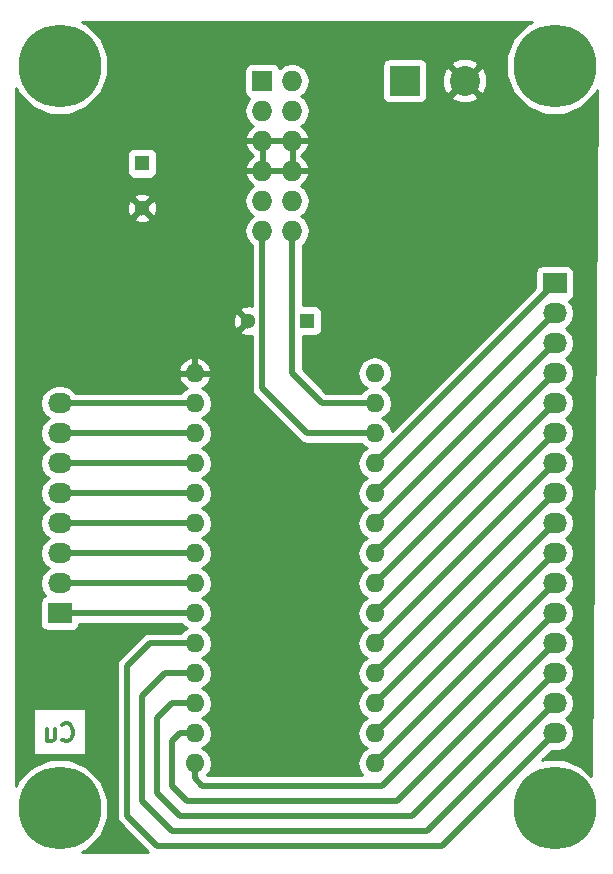
<source format=gbr>
G04 #@! TF.FileFunction,Copper,L2,Bot,Signal*
%FSLAX46Y46*%
G04 Gerber Fmt 4.6, Leading zero omitted, Abs format (unit mm)*
G04 Created by KiCad (PCBNEW 4.0.2-stable) date 14/03/2016 9:25:42 PM*
%MOMM*%
G01*
G04 APERTURE LIST*
%ADD10C,0.100000*%
%ADD11C,0.300000*%
%ADD12R,1.300000X1.300000*%
%ADD13C,1.300000*%
%ADD14R,2.540000X2.540000*%
%ADD15C,2.540000*%
%ADD16R,1.727200X1.727200*%
%ADD17O,1.727200X1.727200*%
%ADD18R,2.032000X1.727200*%
%ADD19O,2.032000X1.727200*%
%ADD20O,1.600000X1.600000*%
%ADD21C,7.000000*%
%ADD22C,0.508000*%
%ADD23C,0.254000*%
G04 APERTURE END LIST*
D10*
D11*
X150709285Y-121185714D02*
X150780714Y-121257143D01*
X150995000Y-121328571D01*
X151137857Y-121328571D01*
X151352142Y-121257143D01*
X151495000Y-121114286D01*
X151566428Y-120971429D01*
X151637857Y-120685714D01*
X151637857Y-120471429D01*
X151566428Y-120185714D01*
X151495000Y-120042857D01*
X151352142Y-119900000D01*
X151137857Y-119828571D01*
X150995000Y-119828571D01*
X150780714Y-119900000D01*
X150709285Y-119971429D01*
X149423571Y-120328571D02*
X149423571Y-121328571D01*
X150066428Y-120328571D02*
X150066428Y-121114286D01*
X149995000Y-121257143D01*
X149852142Y-121328571D01*
X149637857Y-121328571D01*
X149495000Y-121257143D01*
X149423571Y-121185714D01*
D12*
X157480000Y-72390000D03*
D13*
X157480000Y-76190000D03*
D12*
X171450000Y-85725000D03*
D13*
X166450000Y-85725000D03*
D14*
X179705000Y-65405000D03*
D15*
X184785000Y-65405000D03*
D16*
X167640000Y-65405000D03*
D17*
X170180000Y-65405000D03*
X167640000Y-67945000D03*
X170180000Y-67945000D03*
X167640000Y-70485000D03*
X170180000Y-70485000D03*
X167640000Y-73025000D03*
X170180000Y-73025000D03*
X167640000Y-75565000D03*
X170180000Y-75565000D03*
X167640000Y-78105000D03*
X170180000Y-78105000D03*
D18*
X150495000Y-110490000D03*
D19*
X150495000Y-107950000D03*
X150495000Y-105410000D03*
X150495000Y-102870000D03*
X150495000Y-100330000D03*
X150495000Y-97790000D03*
X150495000Y-95250000D03*
X150495000Y-92710000D03*
D18*
X192405000Y-82550000D03*
D19*
X192405000Y-85090000D03*
X192405000Y-87630000D03*
X192405000Y-90170000D03*
X192405000Y-92710000D03*
X192405000Y-95250000D03*
X192405000Y-97790000D03*
X192405000Y-100330000D03*
X192405000Y-102870000D03*
X192405000Y-105410000D03*
X192405000Y-107950000D03*
X192405000Y-110490000D03*
X192405000Y-113030000D03*
X192405000Y-115570000D03*
X192405000Y-118110000D03*
X192405000Y-120650000D03*
D20*
X161925000Y-90170000D03*
X161925000Y-92710000D03*
X161925000Y-95250000D03*
X161925000Y-97790000D03*
X161925000Y-100330000D03*
X161925000Y-102870000D03*
X161925000Y-105410000D03*
X161925000Y-107950000D03*
X161925000Y-110490000D03*
X161925000Y-113030000D03*
X161925000Y-115570000D03*
X161925000Y-118110000D03*
X161925000Y-120650000D03*
X161925000Y-123190000D03*
X177165000Y-123190000D03*
X177165000Y-120650000D03*
X177165000Y-118110000D03*
X177165000Y-115570000D03*
X177165000Y-113030000D03*
X177165000Y-110490000D03*
X177165000Y-107950000D03*
X177165000Y-105410000D03*
X177165000Y-102870000D03*
X177165000Y-100330000D03*
X177165000Y-97790000D03*
X177165000Y-95250000D03*
X177165000Y-92710000D03*
X177165000Y-90170000D03*
D21*
X150495000Y-64135000D03*
X192405000Y-64135000D03*
X150495000Y-127000000D03*
X192405000Y-127000000D03*
D22*
X177165000Y-95250000D02*
X171450000Y-95250000D01*
X167640000Y-91440000D02*
X167640000Y-78105000D01*
X171450000Y-95250000D02*
X167640000Y-91440000D01*
X177165000Y-92710000D02*
X172720000Y-92710000D01*
X170180000Y-90170000D02*
X170180000Y-78105000D01*
X172720000Y-92710000D02*
X170180000Y-90170000D01*
X150495000Y-110490000D02*
X161925000Y-110490000D01*
X150495000Y-107950000D02*
X161925000Y-107950000D01*
X150495000Y-105410000D02*
X161925000Y-105410000D01*
X150495000Y-102870000D02*
X161925000Y-102870000D01*
X150495000Y-100330000D02*
X161925000Y-100330000D01*
X150495000Y-97790000D02*
X161925000Y-97790000D01*
X150495000Y-95250000D02*
X161925000Y-95250000D01*
X150495000Y-92710000D02*
X161925000Y-92710000D01*
X177165000Y-97790000D02*
X192405000Y-82550000D01*
X177165000Y-100330000D02*
X192405000Y-85090000D01*
X177165000Y-102870000D02*
X192405000Y-87630000D01*
X177165000Y-105410000D02*
X192405000Y-90170000D01*
X177165000Y-107950000D02*
X192405000Y-92710000D01*
X177165000Y-110490000D02*
X192405000Y-95250000D01*
X177165000Y-113030000D02*
X192405000Y-97790000D01*
X177165000Y-115570000D02*
X192405000Y-100330000D01*
X177165000Y-118110000D02*
X192405000Y-102870000D01*
X177165000Y-120650000D02*
X192405000Y-105410000D01*
X177165000Y-123190000D02*
X192405000Y-107950000D01*
X161925000Y-123190000D02*
X161925000Y-124460000D01*
X177800000Y-125095000D02*
X192405000Y-110490000D01*
X162560000Y-125095000D02*
X177800000Y-125095000D01*
X161925000Y-124460000D02*
X162560000Y-125095000D01*
X161925000Y-120650000D02*
X160655000Y-120650000D01*
X179070000Y-126365000D02*
X192405000Y-113030000D01*
X161290000Y-126365000D02*
X179070000Y-126365000D01*
X160020000Y-125095000D02*
X161290000Y-126365000D01*
X160020000Y-121285000D02*
X160020000Y-125095000D01*
X160655000Y-120650000D02*
X160020000Y-121285000D01*
X161925000Y-118110000D02*
X160020000Y-118110000D01*
X180340000Y-127635000D02*
X192405000Y-115570000D01*
X160655000Y-127635000D02*
X180340000Y-127635000D01*
X158750000Y-125730000D02*
X160655000Y-127635000D01*
X158750000Y-119380000D02*
X158750000Y-125730000D01*
X160020000Y-118110000D02*
X158750000Y-119380000D01*
X161925000Y-115570000D02*
X159385000Y-115570000D01*
X181610000Y-128905000D02*
X192405000Y-118110000D01*
X160020000Y-128905000D02*
X181610000Y-128905000D01*
X157480000Y-126365000D02*
X160020000Y-128905000D01*
X157480000Y-117475000D02*
X157480000Y-126365000D01*
X159385000Y-115570000D02*
X157480000Y-117475000D01*
X161925000Y-113030000D02*
X158115000Y-113030000D01*
X182880000Y-130175000D02*
X192405000Y-120650000D01*
X158750000Y-130175000D02*
X182880000Y-130175000D01*
X156210000Y-127635000D02*
X158750000Y-130175000D01*
X156210000Y-114935000D02*
X156210000Y-127635000D01*
X158115000Y-113030000D02*
X156210000Y-114935000D01*
D23*
G36*
X190065771Y-60627474D02*
X188901562Y-61789653D01*
X188270720Y-63308889D01*
X188269284Y-64953894D01*
X188897474Y-66474229D01*
X190059653Y-67638438D01*
X191578889Y-68269280D01*
X193223894Y-68270716D01*
X194744229Y-67642526D01*
X195908438Y-66480347D01*
X196035294Y-66174844D01*
X195512008Y-124259553D01*
X194750347Y-123496562D01*
X193231111Y-122865720D01*
X191586106Y-122864284D01*
X191350673Y-122961563D01*
X192173030Y-122139206D01*
X192220255Y-122148600D01*
X192589745Y-122148600D01*
X193163234Y-122034526D01*
X193649415Y-121709670D01*
X193974271Y-121223489D01*
X194088345Y-120650000D01*
X193974271Y-120076511D01*
X193649415Y-119590330D01*
X193334634Y-119380000D01*
X193649415Y-119169670D01*
X193974271Y-118683489D01*
X194088345Y-118110000D01*
X193974271Y-117536511D01*
X193649415Y-117050330D01*
X193334634Y-116840000D01*
X193649415Y-116629670D01*
X193974271Y-116143489D01*
X194088345Y-115570000D01*
X193974271Y-114996511D01*
X193649415Y-114510330D01*
X193334634Y-114300000D01*
X193649415Y-114089670D01*
X193974271Y-113603489D01*
X194088345Y-113030000D01*
X193974271Y-112456511D01*
X193649415Y-111970330D01*
X193334634Y-111760000D01*
X193649415Y-111549670D01*
X193974271Y-111063489D01*
X194088345Y-110490000D01*
X193974271Y-109916511D01*
X193649415Y-109430330D01*
X193334634Y-109220000D01*
X193649415Y-109009670D01*
X193974271Y-108523489D01*
X194088345Y-107950000D01*
X193974271Y-107376511D01*
X193649415Y-106890330D01*
X193334634Y-106680000D01*
X193649415Y-106469670D01*
X193974271Y-105983489D01*
X194088345Y-105410000D01*
X193974271Y-104836511D01*
X193649415Y-104350330D01*
X193334634Y-104140000D01*
X193649415Y-103929670D01*
X193974271Y-103443489D01*
X194088345Y-102870000D01*
X193974271Y-102296511D01*
X193649415Y-101810330D01*
X193334634Y-101600000D01*
X193649415Y-101389670D01*
X193974271Y-100903489D01*
X194088345Y-100330000D01*
X193974271Y-99756511D01*
X193649415Y-99270330D01*
X193334634Y-99060000D01*
X193649415Y-98849670D01*
X193974271Y-98363489D01*
X194088345Y-97790000D01*
X193974271Y-97216511D01*
X193649415Y-96730330D01*
X193334634Y-96520000D01*
X193649415Y-96309670D01*
X193974271Y-95823489D01*
X194088345Y-95250000D01*
X193974271Y-94676511D01*
X193649415Y-94190330D01*
X193334634Y-93980000D01*
X193649415Y-93769670D01*
X193974271Y-93283489D01*
X194088345Y-92710000D01*
X193974271Y-92136511D01*
X193649415Y-91650330D01*
X193334634Y-91440000D01*
X193649415Y-91229670D01*
X193974271Y-90743489D01*
X194088345Y-90170000D01*
X193974271Y-89596511D01*
X193649415Y-89110330D01*
X193334634Y-88900000D01*
X193649415Y-88689670D01*
X193974271Y-88203489D01*
X194088345Y-87630000D01*
X193974271Y-87056511D01*
X193649415Y-86570330D01*
X193334634Y-86360000D01*
X193649415Y-86149670D01*
X193974271Y-85663489D01*
X194088345Y-85090000D01*
X193974271Y-84516511D01*
X193649415Y-84030330D01*
X193635087Y-84020757D01*
X193656317Y-84016762D01*
X193872441Y-83877690D01*
X194017431Y-83665490D01*
X194068440Y-83413600D01*
X194068440Y-81686400D01*
X194024162Y-81451083D01*
X193885090Y-81234959D01*
X193672890Y-81089969D01*
X193421000Y-81038960D01*
X191389000Y-81038960D01*
X191153683Y-81083238D01*
X190937559Y-81222310D01*
X190792569Y-81434510D01*
X190741560Y-81686400D01*
X190741560Y-82956204D01*
X178598191Y-95099573D01*
X178518880Y-94700849D01*
X178207811Y-94235302D01*
X177825725Y-93980000D01*
X178207811Y-93724698D01*
X178518880Y-93259151D01*
X178628113Y-92710000D01*
X178518880Y-92160849D01*
X178207811Y-91695302D01*
X177825725Y-91440000D01*
X178207811Y-91184698D01*
X178518880Y-90719151D01*
X178628113Y-90170000D01*
X178518880Y-89620849D01*
X178207811Y-89155302D01*
X177742264Y-88844233D01*
X177193113Y-88735000D01*
X177136887Y-88735000D01*
X176587736Y-88844233D01*
X176122189Y-89155302D01*
X175811120Y-89620849D01*
X175701887Y-90170000D01*
X175811120Y-90719151D01*
X176122189Y-91184698D01*
X176504275Y-91440000D01*
X176122189Y-91695302D01*
X176038200Y-91821000D01*
X173088236Y-91821000D01*
X171069000Y-89801764D01*
X171069000Y-87022440D01*
X172100000Y-87022440D01*
X172335317Y-86978162D01*
X172551441Y-86839090D01*
X172696431Y-86626890D01*
X172747440Y-86375000D01*
X172747440Y-85075000D01*
X172703162Y-84839683D01*
X172564090Y-84623559D01*
X172351890Y-84478569D01*
X172100000Y-84427560D01*
X171069000Y-84427560D01*
X171069000Y-79308067D01*
X171239670Y-79194029D01*
X171564526Y-78707848D01*
X171678600Y-78134359D01*
X171678600Y-78075641D01*
X171564526Y-77502152D01*
X171239670Y-77015971D01*
X170968828Y-76835000D01*
X171239670Y-76654029D01*
X171564526Y-76167848D01*
X171678600Y-75594359D01*
X171678600Y-75535641D01*
X171564526Y-74962152D01*
X171239670Y-74475971D01*
X170968839Y-74295008D01*
X171386821Y-73913490D01*
X171634968Y-73384027D01*
X171514469Y-73152000D01*
X170307000Y-73152000D01*
X170307000Y-73172000D01*
X170053000Y-73172000D01*
X170053000Y-73152000D01*
X167767000Y-73152000D01*
X167767000Y-73172000D01*
X167513000Y-73172000D01*
X167513000Y-73152000D01*
X166305531Y-73152000D01*
X166185032Y-73384027D01*
X166433179Y-73913490D01*
X166851161Y-74295008D01*
X166580330Y-74475971D01*
X166255474Y-74962152D01*
X166141400Y-75535641D01*
X166141400Y-75594359D01*
X166255474Y-76167848D01*
X166580330Y-76654029D01*
X166851172Y-76835000D01*
X166580330Y-77015971D01*
X166255474Y-77502152D01*
X166141400Y-78075641D01*
X166141400Y-78134359D01*
X166255474Y-78707848D01*
X166580330Y-79194029D01*
X166751000Y-79308067D01*
X166751000Y-84469164D01*
X166630922Y-84427378D01*
X166120572Y-84456917D01*
X165786271Y-84595389D01*
X165730590Y-84825984D01*
X166450000Y-85545395D01*
X166464143Y-85531253D01*
X166643748Y-85710858D01*
X166629605Y-85725000D01*
X166643748Y-85739143D01*
X166464143Y-85918748D01*
X166450000Y-85904605D01*
X165730590Y-86624016D01*
X165786271Y-86854611D01*
X166269078Y-87022622D01*
X166751000Y-86994728D01*
X166751000Y-91440000D01*
X166818671Y-91780206D01*
X167011382Y-92068618D01*
X170821382Y-95878618D01*
X171109795Y-96071330D01*
X171450000Y-96139000D01*
X176038200Y-96139000D01*
X176122189Y-96264698D01*
X176504275Y-96520000D01*
X176122189Y-96775302D01*
X175811120Y-97240849D01*
X175701887Y-97790000D01*
X175811120Y-98339151D01*
X176122189Y-98804698D01*
X176504275Y-99060000D01*
X176122189Y-99315302D01*
X175811120Y-99780849D01*
X175701887Y-100330000D01*
X175811120Y-100879151D01*
X176122189Y-101344698D01*
X176504275Y-101600000D01*
X176122189Y-101855302D01*
X175811120Y-102320849D01*
X175701887Y-102870000D01*
X175811120Y-103419151D01*
X176122189Y-103884698D01*
X176504275Y-104140000D01*
X176122189Y-104395302D01*
X175811120Y-104860849D01*
X175701887Y-105410000D01*
X175811120Y-105959151D01*
X176122189Y-106424698D01*
X176504275Y-106680000D01*
X176122189Y-106935302D01*
X175811120Y-107400849D01*
X175701887Y-107950000D01*
X175811120Y-108499151D01*
X176122189Y-108964698D01*
X176504275Y-109220000D01*
X176122189Y-109475302D01*
X175811120Y-109940849D01*
X175701887Y-110490000D01*
X175811120Y-111039151D01*
X176122189Y-111504698D01*
X176504275Y-111760000D01*
X176122189Y-112015302D01*
X175811120Y-112480849D01*
X175701887Y-113030000D01*
X175811120Y-113579151D01*
X176122189Y-114044698D01*
X176504275Y-114300000D01*
X176122189Y-114555302D01*
X175811120Y-115020849D01*
X175701887Y-115570000D01*
X175811120Y-116119151D01*
X176122189Y-116584698D01*
X176504275Y-116840000D01*
X176122189Y-117095302D01*
X175811120Y-117560849D01*
X175701887Y-118110000D01*
X175811120Y-118659151D01*
X176122189Y-119124698D01*
X176504275Y-119380000D01*
X176122189Y-119635302D01*
X175811120Y-120100849D01*
X175701887Y-120650000D01*
X175811120Y-121199151D01*
X176122189Y-121664698D01*
X176504275Y-121920000D01*
X176122189Y-122175302D01*
X175811120Y-122640849D01*
X175701887Y-123190000D01*
X175811120Y-123739151D01*
X176122189Y-124204698D01*
X176124138Y-124206000D01*
X162965862Y-124206000D01*
X162967811Y-124204698D01*
X163278880Y-123739151D01*
X163388113Y-123190000D01*
X163278880Y-122640849D01*
X162967811Y-122175302D01*
X162585725Y-121920000D01*
X162967811Y-121664698D01*
X163278880Y-121199151D01*
X163388113Y-120650000D01*
X163278880Y-120100849D01*
X162967811Y-119635302D01*
X162585725Y-119380000D01*
X162967811Y-119124698D01*
X163278880Y-118659151D01*
X163388113Y-118110000D01*
X163278880Y-117560849D01*
X162967811Y-117095302D01*
X162585725Y-116840000D01*
X162967811Y-116584698D01*
X163278880Y-116119151D01*
X163388113Y-115570000D01*
X163278880Y-115020849D01*
X162967811Y-114555302D01*
X162585725Y-114300000D01*
X162967811Y-114044698D01*
X163278880Y-113579151D01*
X163388113Y-113030000D01*
X163278880Y-112480849D01*
X162967811Y-112015302D01*
X162585725Y-111760000D01*
X162967811Y-111504698D01*
X163278880Y-111039151D01*
X163388113Y-110490000D01*
X163278880Y-109940849D01*
X162967811Y-109475302D01*
X162585725Y-109220000D01*
X162967811Y-108964698D01*
X163278880Y-108499151D01*
X163388113Y-107950000D01*
X163278880Y-107400849D01*
X162967811Y-106935302D01*
X162585725Y-106680000D01*
X162967811Y-106424698D01*
X163278880Y-105959151D01*
X163388113Y-105410000D01*
X163278880Y-104860849D01*
X162967811Y-104395302D01*
X162585725Y-104140000D01*
X162967811Y-103884698D01*
X163278880Y-103419151D01*
X163388113Y-102870000D01*
X163278880Y-102320849D01*
X162967811Y-101855302D01*
X162585725Y-101600000D01*
X162967811Y-101344698D01*
X163278880Y-100879151D01*
X163388113Y-100330000D01*
X163278880Y-99780849D01*
X162967811Y-99315302D01*
X162585725Y-99060000D01*
X162967811Y-98804698D01*
X163278880Y-98339151D01*
X163388113Y-97790000D01*
X163278880Y-97240849D01*
X162967811Y-96775302D01*
X162585725Y-96520000D01*
X162967811Y-96264698D01*
X163278880Y-95799151D01*
X163388113Y-95250000D01*
X163278880Y-94700849D01*
X162967811Y-94235302D01*
X162585725Y-93980000D01*
X162967811Y-93724698D01*
X163278880Y-93259151D01*
X163388113Y-92710000D01*
X163278880Y-92160849D01*
X162967811Y-91695302D01*
X162563297Y-91425014D01*
X162780134Y-91322389D01*
X163156041Y-90907423D01*
X163316904Y-90519039D01*
X163194915Y-90297000D01*
X162052000Y-90297000D01*
X162052000Y-90317000D01*
X161798000Y-90317000D01*
X161798000Y-90297000D01*
X160655085Y-90297000D01*
X160533096Y-90519039D01*
X160693959Y-90907423D01*
X161069866Y-91322389D01*
X161286703Y-91425014D01*
X160882189Y-91695302D01*
X160798200Y-91821000D01*
X151853453Y-91821000D01*
X151739415Y-91650330D01*
X151253234Y-91325474D01*
X150679745Y-91211400D01*
X150310255Y-91211400D01*
X149736766Y-91325474D01*
X149250585Y-91650330D01*
X148925729Y-92136511D01*
X148811655Y-92710000D01*
X148925729Y-93283489D01*
X149250585Y-93769670D01*
X149565366Y-93980000D01*
X149250585Y-94190330D01*
X148925729Y-94676511D01*
X148811655Y-95250000D01*
X148925729Y-95823489D01*
X149250585Y-96309670D01*
X149565366Y-96520000D01*
X149250585Y-96730330D01*
X148925729Y-97216511D01*
X148811655Y-97790000D01*
X148925729Y-98363489D01*
X149250585Y-98849670D01*
X149565366Y-99060000D01*
X149250585Y-99270330D01*
X148925729Y-99756511D01*
X148811655Y-100330000D01*
X148925729Y-100903489D01*
X149250585Y-101389670D01*
X149565366Y-101600000D01*
X149250585Y-101810330D01*
X148925729Y-102296511D01*
X148811655Y-102870000D01*
X148925729Y-103443489D01*
X149250585Y-103929670D01*
X149565366Y-104140000D01*
X149250585Y-104350330D01*
X148925729Y-104836511D01*
X148811655Y-105410000D01*
X148925729Y-105983489D01*
X149250585Y-106469670D01*
X149565366Y-106680000D01*
X149250585Y-106890330D01*
X148925729Y-107376511D01*
X148811655Y-107950000D01*
X148925729Y-108523489D01*
X149250585Y-109009670D01*
X149264913Y-109019243D01*
X149243683Y-109023238D01*
X149027559Y-109162310D01*
X148882569Y-109374510D01*
X148831560Y-109626400D01*
X148831560Y-111353600D01*
X148875838Y-111588917D01*
X149014910Y-111805041D01*
X149227110Y-111950031D01*
X149479000Y-112001040D01*
X151511000Y-112001040D01*
X151746317Y-111956762D01*
X151962441Y-111817690D01*
X152107431Y-111605490D01*
X152153296Y-111379000D01*
X160798200Y-111379000D01*
X160882189Y-111504698D01*
X161264275Y-111760000D01*
X160882189Y-112015302D01*
X160798200Y-112141000D01*
X158115000Y-112141000D01*
X157774794Y-112208671D01*
X157486382Y-112401382D01*
X155581382Y-114306382D01*
X155388671Y-114594794D01*
X155321000Y-114935000D01*
X155321000Y-127635000D01*
X155388671Y-127975206D01*
X155581382Y-128263618D01*
X158000764Y-130683000D01*
X152409550Y-130683000D01*
X152834229Y-130507526D01*
X153998438Y-129345347D01*
X154629280Y-127826111D01*
X154630716Y-126181106D01*
X154002526Y-124660771D01*
X152840347Y-123496562D01*
X151321111Y-122865720D01*
X149676106Y-122864284D01*
X148155771Y-123492474D01*
X146991562Y-124654653D01*
X146812000Y-125087086D01*
X146812000Y-118515000D01*
X148281429Y-118515000D01*
X148281429Y-122485000D01*
X152708572Y-122485000D01*
X152708572Y-118515000D01*
X148281429Y-118515000D01*
X146812000Y-118515000D01*
X146812000Y-89820961D01*
X160533096Y-89820961D01*
X160655085Y-90043000D01*
X161798000Y-90043000D01*
X161798000Y-88899371D01*
X162052000Y-88899371D01*
X162052000Y-90043000D01*
X163194915Y-90043000D01*
X163316904Y-89820961D01*
X163156041Y-89432577D01*
X162780134Y-89017611D01*
X162274041Y-88778086D01*
X162052000Y-88899371D01*
X161798000Y-88899371D01*
X161575959Y-88778086D01*
X161069866Y-89017611D01*
X160693959Y-89432577D01*
X160533096Y-89820961D01*
X146812000Y-89820961D01*
X146812000Y-85544078D01*
X165152378Y-85544078D01*
X165181917Y-86054428D01*
X165320389Y-86388729D01*
X165550984Y-86444410D01*
X166270395Y-85725000D01*
X165550984Y-85005590D01*
X165320389Y-85061271D01*
X165152378Y-85544078D01*
X146812000Y-85544078D01*
X146812000Y-77089016D01*
X156760590Y-77089016D01*
X156816271Y-77319611D01*
X157299078Y-77487622D01*
X157809428Y-77458083D01*
X158143729Y-77319611D01*
X158199410Y-77089016D01*
X157480000Y-76369605D01*
X156760590Y-77089016D01*
X146812000Y-77089016D01*
X146812000Y-76009078D01*
X156182378Y-76009078D01*
X156211917Y-76519428D01*
X156350389Y-76853729D01*
X156580984Y-76909410D01*
X157300395Y-76190000D01*
X157659605Y-76190000D01*
X158379016Y-76909410D01*
X158609611Y-76853729D01*
X158777622Y-76370922D01*
X158748083Y-75860572D01*
X158609611Y-75526271D01*
X158379016Y-75470590D01*
X157659605Y-76190000D01*
X157300395Y-76190000D01*
X156580984Y-75470590D01*
X156350389Y-75526271D01*
X156182378Y-76009078D01*
X146812000Y-76009078D01*
X146812000Y-75290984D01*
X156760590Y-75290984D01*
X157480000Y-76010395D01*
X158199410Y-75290984D01*
X158143729Y-75060389D01*
X157660922Y-74892378D01*
X157150572Y-74921917D01*
X156816271Y-75060389D01*
X156760590Y-75290984D01*
X146812000Y-75290984D01*
X146812000Y-71740000D01*
X156182560Y-71740000D01*
X156182560Y-73040000D01*
X156226838Y-73275317D01*
X156365910Y-73491441D01*
X156578110Y-73636431D01*
X156830000Y-73687440D01*
X158130000Y-73687440D01*
X158365317Y-73643162D01*
X158581441Y-73504090D01*
X158726431Y-73291890D01*
X158777440Y-73040000D01*
X158777440Y-71740000D01*
X158733162Y-71504683D01*
X158594090Y-71288559D01*
X158381890Y-71143569D01*
X158130000Y-71092560D01*
X156830000Y-71092560D01*
X156594683Y-71136838D01*
X156378559Y-71275910D01*
X156233569Y-71488110D01*
X156182560Y-71740000D01*
X146812000Y-71740000D01*
X146812000Y-70844027D01*
X166185032Y-70844027D01*
X166433179Y-71373490D01*
X166851152Y-71755000D01*
X166433179Y-72136510D01*
X166185032Y-72665973D01*
X166305531Y-72898000D01*
X167513000Y-72898000D01*
X167513000Y-70612000D01*
X167767000Y-70612000D01*
X167767000Y-72898000D01*
X170053000Y-72898000D01*
X170053000Y-70612000D01*
X170307000Y-70612000D01*
X170307000Y-72898000D01*
X171514469Y-72898000D01*
X171634968Y-72665973D01*
X171386821Y-72136510D01*
X170968848Y-71755000D01*
X171386821Y-71373490D01*
X171634968Y-70844027D01*
X171514469Y-70612000D01*
X170307000Y-70612000D01*
X170053000Y-70612000D01*
X167767000Y-70612000D01*
X167513000Y-70612000D01*
X166305531Y-70612000D01*
X166185032Y-70844027D01*
X146812000Y-70844027D01*
X146812000Y-66049550D01*
X146987474Y-66474229D01*
X148149653Y-67638438D01*
X149668889Y-68269280D01*
X151313894Y-68270716D01*
X152834229Y-67642526D01*
X153998438Y-66480347D01*
X154629280Y-64961111D01*
X154629646Y-64541400D01*
X166128960Y-64541400D01*
X166128960Y-66268600D01*
X166173238Y-66503917D01*
X166312310Y-66720041D01*
X166524510Y-66865031D01*
X166568345Y-66873908D01*
X166255474Y-67342152D01*
X166141400Y-67915641D01*
X166141400Y-67974359D01*
X166255474Y-68547848D01*
X166580330Y-69034029D01*
X166851161Y-69214992D01*
X166433179Y-69596510D01*
X166185032Y-70125973D01*
X166305531Y-70358000D01*
X167513000Y-70358000D01*
X167513000Y-70338000D01*
X167767000Y-70338000D01*
X167767000Y-70358000D01*
X170053000Y-70358000D01*
X170053000Y-70338000D01*
X170307000Y-70338000D01*
X170307000Y-70358000D01*
X171514469Y-70358000D01*
X171634968Y-70125973D01*
X171386821Y-69596510D01*
X170968839Y-69214992D01*
X171239670Y-69034029D01*
X171564526Y-68547848D01*
X171678600Y-67974359D01*
X171678600Y-67915641D01*
X171564526Y-67342152D01*
X171239670Y-66855971D01*
X170968828Y-66675000D01*
X171239670Y-66494029D01*
X171564526Y-66007848D01*
X171678600Y-65434359D01*
X171678600Y-65375641D01*
X171564526Y-64802152D01*
X171239670Y-64315971D01*
X170968828Y-64135000D01*
X177787560Y-64135000D01*
X177787560Y-66675000D01*
X177831838Y-66910317D01*
X177970910Y-67126441D01*
X178183110Y-67271431D01*
X178435000Y-67322440D01*
X180975000Y-67322440D01*
X181210317Y-67278162D01*
X181426441Y-67139090D01*
X181571431Y-66926890D01*
X181606689Y-66752777D01*
X183616828Y-66752777D01*
X183748520Y-67047657D01*
X184456036Y-67319261D01*
X185213632Y-67299436D01*
X185821480Y-67047657D01*
X185953172Y-66752777D01*
X184785000Y-65584605D01*
X183616828Y-66752777D01*
X181606689Y-66752777D01*
X181622440Y-66675000D01*
X181622440Y-65076036D01*
X182870739Y-65076036D01*
X182890564Y-65833632D01*
X183142343Y-66441480D01*
X183437223Y-66573172D01*
X184605395Y-65405000D01*
X184964605Y-65405000D01*
X186132777Y-66573172D01*
X186427657Y-66441480D01*
X186699261Y-65733964D01*
X186679436Y-64976368D01*
X186427657Y-64368520D01*
X186132777Y-64236828D01*
X184964605Y-65405000D01*
X184605395Y-65405000D01*
X183437223Y-64236828D01*
X183142343Y-64368520D01*
X182870739Y-65076036D01*
X181622440Y-65076036D01*
X181622440Y-64135000D01*
X181607806Y-64057223D01*
X183616828Y-64057223D01*
X184785000Y-65225395D01*
X185953172Y-64057223D01*
X185821480Y-63762343D01*
X185113964Y-63490739D01*
X184356368Y-63510564D01*
X183748520Y-63762343D01*
X183616828Y-64057223D01*
X181607806Y-64057223D01*
X181578162Y-63899683D01*
X181439090Y-63683559D01*
X181226890Y-63538569D01*
X180975000Y-63487560D01*
X178435000Y-63487560D01*
X178199683Y-63531838D01*
X177983559Y-63670910D01*
X177838569Y-63883110D01*
X177787560Y-64135000D01*
X170968828Y-64135000D01*
X170753489Y-63991115D01*
X170180000Y-63877041D01*
X169606511Y-63991115D01*
X169120330Y-64315971D01*
X169111195Y-64329642D01*
X169106762Y-64306083D01*
X168967690Y-64089959D01*
X168755490Y-63944969D01*
X168503600Y-63893960D01*
X166776400Y-63893960D01*
X166541083Y-63938238D01*
X166324959Y-64077310D01*
X166179969Y-64289510D01*
X166128960Y-64541400D01*
X154629646Y-64541400D01*
X154630716Y-63316106D01*
X154002526Y-61795771D01*
X152840347Y-60631562D01*
X152407914Y-60452000D01*
X190490450Y-60452000D01*
X190065771Y-60627474D01*
X190065771Y-60627474D01*
G37*
X190065771Y-60627474D02*
X188901562Y-61789653D01*
X188270720Y-63308889D01*
X188269284Y-64953894D01*
X188897474Y-66474229D01*
X190059653Y-67638438D01*
X191578889Y-68269280D01*
X193223894Y-68270716D01*
X194744229Y-67642526D01*
X195908438Y-66480347D01*
X196035294Y-66174844D01*
X195512008Y-124259553D01*
X194750347Y-123496562D01*
X193231111Y-122865720D01*
X191586106Y-122864284D01*
X191350673Y-122961563D01*
X192173030Y-122139206D01*
X192220255Y-122148600D01*
X192589745Y-122148600D01*
X193163234Y-122034526D01*
X193649415Y-121709670D01*
X193974271Y-121223489D01*
X194088345Y-120650000D01*
X193974271Y-120076511D01*
X193649415Y-119590330D01*
X193334634Y-119380000D01*
X193649415Y-119169670D01*
X193974271Y-118683489D01*
X194088345Y-118110000D01*
X193974271Y-117536511D01*
X193649415Y-117050330D01*
X193334634Y-116840000D01*
X193649415Y-116629670D01*
X193974271Y-116143489D01*
X194088345Y-115570000D01*
X193974271Y-114996511D01*
X193649415Y-114510330D01*
X193334634Y-114300000D01*
X193649415Y-114089670D01*
X193974271Y-113603489D01*
X194088345Y-113030000D01*
X193974271Y-112456511D01*
X193649415Y-111970330D01*
X193334634Y-111760000D01*
X193649415Y-111549670D01*
X193974271Y-111063489D01*
X194088345Y-110490000D01*
X193974271Y-109916511D01*
X193649415Y-109430330D01*
X193334634Y-109220000D01*
X193649415Y-109009670D01*
X193974271Y-108523489D01*
X194088345Y-107950000D01*
X193974271Y-107376511D01*
X193649415Y-106890330D01*
X193334634Y-106680000D01*
X193649415Y-106469670D01*
X193974271Y-105983489D01*
X194088345Y-105410000D01*
X193974271Y-104836511D01*
X193649415Y-104350330D01*
X193334634Y-104140000D01*
X193649415Y-103929670D01*
X193974271Y-103443489D01*
X194088345Y-102870000D01*
X193974271Y-102296511D01*
X193649415Y-101810330D01*
X193334634Y-101600000D01*
X193649415Y-101389670D01*
X193974271Y-100903489D01*
X194088345Y-100330000D01*
X193974271Y-99756511D01*
X193649415Y-99270330D01*
X193334634Y-99060000D01*
X193649415Y-98849670D01*
X193974271Y-98363489D01*
X194088345Y-97790000D01*
X193974271Y-97216511D01*
X193649415Y-96730330D01*
X193334634Y-96520000D01*
X193649415Y-96309670D01*
X193974271Y-95823489D01*
X194088345Y-95250000D01*
X193974271Y-94676511D01*
X193649415Y-94190330D01*
X193334634Y-93980000D01*
X193649415Y-93769670D01*
X193974271Y-93283489D01*
X194088345Y-92710000D01*
X193974271Y-92136511D01*
X193649415Y-91650330D01*
X193334634Y-91440000D01*
X193649415Y-91229670D01*
X193974271Y-90743489D01*
X194088345Y-90170000D01*
X193974271Y-89596511D01*
X193649415Y-89110330D01*
X193334634Y-88900000D01*
X193649415Y-88689670D01*
X193974271Y-88203489D01*
X194088345Y-87630000D01*
X193974271Y-87056511D01*
X193649415Y-86570330D01*
X193334634Y-86360000D01*
X193649415Y-86149670D01*
X193974271Y-85663489D01*
X194088345Y-85090000D01*
X193974271Y-84516511D01*
X193649415Y-84030330D01*
X193635087Y-84020757D01*
X193656317Y-84016762D01*
X193872441Y-83877690D01*
X194017431Y-83665490D01*
X194068440Y-83413600D01*
X194068440Y-81686400D01*
X194024162Y-81451083D01*
X193885090Y-81234959D01*
X193672890Y-81089969D01*
X193421000Y-81038960D01*
X191389000Y-81038960D01*
X191153683Y-81083238D01*
X190937559Y-81222310D01*
X190792569Y-81434510D01*
X190741560Y-81686400D01*
X190741560Y-82956204D01*
X178598191Y-95099573D01*
X178518880Y-94700849D01*
X178207811Y-94235302D01*
X177825725Y-93980000D01*
X178207811Y-93724698D01*
X178518880Y-93259151D01*
X178628113Y-92710000D01*
X178518880Y-92160849D01*
X178207811Y-91695302D01*
X177825725Y-91440000D01*
X178207811Y-91184698D01*
X178518880Y-90719151D01*
X178628113Y-90170000D01*
X178518880Y-89620849D01*
X178207811Y-89155302D01*
X177742264Y-88844233D01*
X177193113Y-88735000D01*
X177136887Y-88735000D01*
X176587736Y-88844233D01*
X176122189Y-89155302D01*
X175811120Y-89620849D01*
X175701887Y-90170000D01*
X175811120Y-90719151D01*
X176122189Y-91184698D01*
X176504275Y-91440000D01*
X176122189Y-91695302D01*
X176038200Y-91821000D01*
X173088236Y-91821000D01*
X171069000Y-89801764D01*
X171069000Y-87022440D01*
X172100000Y-87022440D01*
X172335317Y-86978162D01*
X172551441Y-86839090D01*
X172696431Y-86626890D01*
X172747440Y-86375000D01*
X172747440Y-85075000D01*
X172703162Y-84839683D01*
X172564090Y-84623559D01*
X172351890Y-84478569D01*
X172100000Y-84427560D01*
X171069000Y-84427560D01*
X171069000Y-79308067D01*
X171239670Y-79194029D01*
X171564526Y-78707848D01*
X171678600Y-78134359D01*
X171678600Y-78075641D01*
X171564526Y-77502152D01*
X171239670Y-77015971D01*
X170968828Y-76835000D01*
X171239670Y-76654029D01*
X171564526Y-76167848D01*
X171678600Y-75594359D01*
X171678600Y-75535641D01*
X171564526Y-74962152D01*
X171239670Y-74475971D01*
X170968839Y-74295008D01*
X171386821Y-73913490D01*
X171634968Y-73384027D01*
X171514469Y-73152000D01*
X170307000Y-73152000D01*
X170307000Y-73172000D01*
X170053000Y-73172000D01*
X170053000Y-73152000D01*
X167767000Y-73152000D01*
X167767000Y-73172000D01*
X167513000Y-73172000D01*
X167513000Y-73152000D01*
X166305531Y-73152000D01*
X166185032Y-73384027D01*
X166433179Y-73913490D01*
X166851161Y-74295008D01*
X166580330Y-74475971D01*
X166255474Y-74962152D01*
X166141400Y-75535641D01*
X166141400Y-75594359D01*
X166255474Y-76167848D01*
X166580330Y-76654029D01*
X166851172Y-76835000D01*
X166580330Y-77015971D01*
X166255474Y-77502152D01*
X166141400Y-78075641D01*
X166141400Y-78134359D01*
X166255474Y-78707848D01*
X166580330Y-79194029D01*
X166751000Y-79308067D01*
X166751000Y-84469164D01*
X166630922Y-84427378D01*
X166120572Y-84456917D01*
X165786271Y-84595389D01*
X165730590Y-84825984D01*
X166450000Y-85545395D01*
X166464143Y-85531253D01*
X166643748Y-85710858D01*
X166629605Y-85725000D01*
X166643748Y-85739143D01*
X166464143Y-85918748D01*
X166450000Y-85904605D01*
X165730590Y-86624016D01*
X165786271Y-86854611D01*
X166269078Y-87022622D01*
X166751000Y-86994728D01*
X166751000Y-91440000D01*
X166818671Y-91780206D01*
X167011382Y-92068618D01*
X170821382Y-95878618D01*
X171109795Y-96071330D01*
X171450000Y-96139000D01*
X176038200Y-96139000D01*
X176122189Y-96264698D01*
X176504275Y-96520000D01*
X176122189Y-96775302D01*
X175811120Y-97240849D01*
X175701887Y-97790000D01*
X175811120Y-98339151D01*
X176122189Y-98804698D01*
X176504275Y-99060000D01*
X176122189Y-99315302D01*
X175811120Y-99780849D01*
X175701887Y-100330000D01*
X175811120Y-100879151D01*
X176122189Y-101344698D01*
X176504275Y-101600000D01*
X176122189Y-101855302D01*
X175811120Y-102320849D01*
X175701887Y-102870000D01*
X175811120Y-103419151D01*
X176122189Y-103884698D01*
X176504275Y-104140000D01*
X176122189Y-104395302D01*
X175811120Y-104860849D01*
X175701887Y-105410000D01*
X175811120Y-105959151D01*
X176122189Y-106424698D01*
X176504275Y-106680000D01*
X176122189Y-106935302D01*
X175811120Y-107400849D01*
X175701887Y-107950000D01*
X175811120Y-108499151D01*
X176122189Y-108964698D01*
X176504275Y-109220000D01*
X176122189Y-109475302D01*
X175811120Y-109940849D01*
X175701887Y-110490000D01*
X175811120Y-111039151D01*
X176122189Y-111504698D01*
X176504275Y-111760000D01*
X176122189Y-112015302D01*
X175811120Y-112480849D01*
X175701887Y-113030000D01*
X175811120Y-113579151D01*
X176122189Y-114044698D01*
X176504275Y-114300000D01*
X176122189Y-114555302D01*
X175811120Y-115020849D01*
X175701887Y-115570000D01*
X175811120Y-116119151D01*
X176122189Y-116584698D01*
X176504275Y-116840000D01*
X176122189Y-117095302D01*
X175811120Y-117560849D01*
X175701887Y-118110000D01*
X175811120Y-118659151D01*
X176122189Y-119124698D01*
X176504275Y-119380000D01*
X176122189Y-119635302D01*
X175811120Y-120100849D01*
X175701887Y-120650000D01*
X175811120Y-121199151D01*
X176122189Y-121664698D01*
X176504275Y-121920000D01*
X176122189Y-122175302D01*
X175811120Y-122640849D01*
X175701887Y-123190000D01*
X175811120Y-123739151D01*
X176122189Y-124204698D01*
X176124138Y-124206000D01*
X162965862Y-124206000D01*
X162967811Y-124204698D01*
X163278880Y-123739151D01*
X163388113Y-123190000D01*
X163278880Y-122640849D01*
X162967811Y-122175302D01*
X162585725Y-121920000D01*
X162967811Y-121664698D01*
X163278880Y-121199151D01*
X163388113Y-120650000D01*
X163278880Y-120100849D01*
X162967811Y-119635302D01*
X162585725Y-119380000D01*
X162967811Y-119124698D01*
X163278880Y-118659151D01*
X163388113Y-118110000D01*
X163278880Y-117560849D01*
X162967811Y-117095302D01*
X162585725Y-116840000D01*
X162967811Y-116584698D01*
X163278880Y-116119151D01*
X163388113Y-115570000D01*
X163278880Y-115020849D01*
X162967811Y-114555302D01*
X162585725Y-114300000D01*
X162967811Y-114044698D01*
X163278880Y-113579151D01*
X163388113Y-113030000D01*
X163278880Y-112480849D01*
X162967811Y-112015302D01*
X162585725Y-111760000D01*
X162967811Y-111504698D01*
X163278880Y-111039151D01*
X163388113Y-110490000D01*
X163278880Y-109940849D01*
X162967811Y-109475302D01*
X162585725Y-109220000D01*
X162967811Y-108964698D01*
X163278880Y-108499151D01*
X163388113Y-107950000D01*
X163278880Y-107400849D01*
X162967811Y-106935302D01*
X162585725Y-106680000D01*
X162967811Y-106424698D01*
X163278880Y-105959151D01*
X163388113Y-105410000D01*
X163278880Y-104860849D01*
X162967811Y-104395302D01*
X162585725Y-104140000D01*
X162967811Y-103884698D01*
X163278880Y-103419151D01*
X163388113Y-102870000D01*
X163278880Y-102320849D01*
X162967811Y-101855302D01*
X162585725Y-101600000D01*
X162967811Y-101344698D01*
X163278880Y-100879151D01*
X163388113Y-100330000D01*
X163278880Y-99780849D01*
X162967811Y-99315302D01*
X162585725Y-99060000D01*
X162967811Y-98804698D01*
X163278880Y-98339151D01*
X163388113Y-97790000D01*
X163278880Y-97240849D01*
X162967811Y-96775302D01*
X162585725Y-96520000D01*
X162967811Y-96264698D01*
X163278880Y-95799151D01*
X163388113Y-95250000D01*
X163278880Y-94700849D01*
X162967811Y-94235302D01*
X162585725Y-93980000D01*
X162967811Y-93724698D01*
X163278880Y-93259151D01*
X163388113Y-92710000D01*
X163278880Y-92160849D01*
X162967811Y-91695302D01*
X162563297Y-91425014D01*
X162780134Y-91322389D01*
X163156041Y-90907423D01*
X163316904Y-90519039D01*
X163194915Y-90297000D01*
X162052000Y-90297000D01*
X162052000Y-90317000D01*
X161798000Y-90317000D01*
X161798000Y-90297000D01*
X160655085Y-90297000D01*
X160533096Y-90519039D01*
X160693959Y-90907423D01*
X161069866Y-91322389D01*
X161286703Y-91425014D01*
X160882189Y-91695302D01*
X160798200Y-91821000D01*
X151853453Y-91821000D01*
X151739415Y-91650330D01*
X151253234Y-91325474D01*
X150679745Y-91211400D01*
X150310255Y-91211400D01*
X149736766Y-91325474D01*
X149250585Y-91650330D01*
X148925729Y-92136511D01*
X148811655Y-92710000D01*
X148925729Y-93283489D01*
X149250585Y-93769670D01*
X149565366Y-93980000D01*
X149250585Y-94190330D01*
X148925729Y-94676511D01*
X148811655Y-95250000D01*
X148925729Y-95823489D01*
X149250585Y-96309670D01*
X149565366Y-96520000D01*
X149250585Y-96730330D01*
X148925729Y-97216511D01*
X148811655Y-97790000D01*
X148925729Y-98363489D01*
X149250585Y-98849670D01*
X149565366Y-99060000D01*
X149250585Y-99270330D01*
X148925729Y-99756511D01*
X148811655Y-100330000D01*
X148925729Y-100903489D01*
X149250585Y-101389670D01*
X149565366Y-101600000D01*
X149250585Y-101810330D01*
X148925729Y-102296511D01*
X148811655Y-102870000D01*
X148925729Y-103443489D01*
X149250585Y-103929670D01*
X149565366Y-104140000D01*
X149250585Y-104350330D01*
X148925729Y-104836511D01*
X148811655Y-105410000D01*
X148925729Y-105983489D01*
X149250585Y-106469670D01*
X149565366Y-106680000D01*
X149250585Y-106890330D01*
X148925729Y-107376511D01*
X148811655Y-107950000D01*
X148925729Y-108523489D01*
X149250585Y-109009670D01*
X149264913Y-109019243D01*
X149243683Y-109023238D01*
X149027559Y-109162310D01*
X148882569Y-109374510D01*
X148831560Y-109626400D01*
X148831560Y-111353600D01*
X148875838Y-111588917D01*
X149014910Y-111805041D01*
X149227110Y-111950031D01*
X149479000Y-112001040D01*
X151511000Y-112001040D01*
X151746317Y-111956762D01*
X151962441Y-111817690D01*
X152107431Y-111605490D01*
X152153296Y-111379000D01*
X160798200Y-111379000D01*
X160882189Y-111504698D01*
X161264275Y-111760000D01*
X160882189Y-112015302D01*
X160798200Y-112141000D01*
X158115000Y-112141000D01*
X157774794Y-112208671D01*
X157486382Y-112401382D01*
X155581382Y-114306382D01*
X155388671Y-114594794D01*
X155321000Y-114935000D01*
X155321000Y-127635000D01*
X155388671Y-127975206D01*
X155581382Y-128263618D01*
X158000764Y-130683000D01*
X152409550Y-130683000D01*
X152834229Y-130507526D01*
X153998438Y-129345347D01*
X154629280Y-127826111D01*
X154630716Y-126181106D01*
X154002526Y-124660771D01*
X152840347Y-123496562D01*
X151321111Y-122865720D01*
X149676106Y-122864284D01*
X148155771Y-123492474D01*
X146991562Y-124654653D01*
X146812000Y-125087086D01*
X146812000Y-118515000D01*
X148281429Y-118515000D01*
X148281429Y-122485000D01*
X152708572Y-122485000D01*
X152708572Y-118515000D01*
X148281429Y-118515000D01*
X146812000Y-118515000D01*
X146812000Y-89820961D01*
X160533096Y-89820961D01*
X160655085Y-90043000D01*
X161798000Y-90043000D01*
X161798000Y-88899371D01*
X162052000Y-88899371D01*
X162052000Y-90043000D01*
X163194915Y-90043000D01*
X163316904Y-89820961D01*
X163156041Y-89432577D01*
X162780134Y-89017611D01*
X162274041Y-88778086D01*
X162052000Y-88899371D01*
X161798000Y-88899371D01*
X161575959Y-88778086D01*
X161069866Y-89017611D01*
X160693959Y-89432577D01*
X160533096Y-89820961D01*
X146812000Y-89820961D01*
X146812000Y-85544078D01*
X165152378Y-85544078D01*
X165181917Y-86054428D01*
X165320389Y-86388729D01*
X165550984Y-86444410D01*
X166270395Y-85725000D01*
X165550984Y-85005590D01*
X165320389Y-85061271D01*
X165152378Y-85544078D01*
X146812000Y-85544078D01*
X146812000Y-77089016D01*
X156760590Y-77089016D01*
X156816271Y-77319611D01*
X157299078Y-77487622D01*
X157809428Y-77458083D01*
X158143729Y-77319611D01*
X158199410Y-77089016D01*
X157480000Y-76369605D01*
X156760590Y-77089016D01*
X146812000Y-77089016D01*
X146812000Y-76009078D01*
X156182378Y-76009078D01*
X156211917Y-76519428D01*
X156350389Y-76853729D01*
X156580984Y-76909410D01*
X157300395Y-76190000D01*
X157659605Y-76190000D01*
X158379016Y-76909410D01*
X158609611Y-76853729D01*
X158777622Y-76370922D01*
X158748083Y-75860572D01*
X158609611Y-75526271D01*
X158379016Y-75470590D01*
X157659605Y-76190000D01*
X157300395Y-76190000D01*
X156580984Y-75470590D01*
X156350389Y-75526271D01*
X156182378Y-76009078D01*
X146812000Y-76009078D01*
X146812000Y-75290984D01*
X156760590Y-75290984D01*
X157480000Y-76010395D01*
X158199410Y-75290984D01*
X158143729Y-75060389D01*
X157660922Y-74892378D01*
X157150572Y-74921917D01*
X156816271Y-75060389D01*
X156760590Y-75290984D01*
X146812000Y-75290984D01*
X146812000Y-71740000D01*
X156182560Y-71740000D01*
X156182560Y-73040000D01*
X156226838Y-73275317D01*
X156365910Y-73491441D01*
X156578110Y-73636431D01*
X156830000Y-73687440D01*
X158130000Y-73687440D01*
X158365317Y-73643162D01*
X158581441Y-73504090D01*
X158726431Y-73291890D01*
X158777440Y-73040000D01*
X158777440Y-71740000D01*
X158733162Y-71504683D01*
X158594090Y-71288559D01*
X158381890Y-71143569D01*
X158130000Y-71092560D01*
X156830000Y-71092560D01*
X156594683Y-71136838D01*
X156378559Y-71275910D01*
X156233569Y-71488110D01*
X156182560Y-71740000D01*
X146812000Y-71740000D01*
X146812000Y-70844027D01*
X166185032Y-70844027D01*
X166433179Y-71373490D01*
X166851152Y-71755000D01*
X166433179Y-72136510D01*
X166185032Y-72665973D01*
X166305531Y-72898000D01*
X167513000Y-72898000D01*
X167513000Y-70612000D01*
X167767000Y-70612000D01*
X167767000Y-72898000D01*
X170053000Y-72898000D01*
X170053000Y-70612000D01*
X170307000Y-70612000D01*
X170307000Y-72898000D01*
X171514469Y-72898000D01*
X171634968Y-72665973D01*
X171386821Y-72136510D01*
X170968848Y-71755000D01*
X171386821Y-71373490D01*
X171634968Y-70844027D01*
X171514469Y-70612000D01*
X170307000Y-70612000D01*
X170053000Y-70612000D01*
X167767000Y-70612000D01*
X167513000Y-70612000D01*
X166305531Y-70612000D01*
X166185032Y-70844027D01*
X146812000Y-70844027D01*
X146812000Y-66049550D01*
X146987474Y-66474229D01*
X148149653Y-67638438D01*
X149668889Y-68269280D01*
X151313894Y-68270716D01*
X152834229Y-67642526D01*
X153998438Y-66480347D01*
X154629280Y-64961111D01*
X154629646Y-64541400D01*
X166128960Y-64541400D01*
X166128960Y-66268600D01*
X166173238Y-66503917D01*
X166312310Y-66720041D01*
X166524510Y-66865031D01*
X166568345Y-66873908D01*
X166255474Y-67342152D01*
X166141400Y-67915641D01*
X166141400Y-67974359D01*
X166255474Y-68547848D01*
X166580330Y-69034029D01*
X166851161Y-69214992D01*
X166433179Y-69596510D01*
X166185032Y-70125973D01*
X166305531Y-70358000D01*
X167513000Y-70358000D01*
X167513000Y-70338000D01*
X167767000Y-70338000D01*
X167767000Y-70358000D01*
X170053000Y-70358000D01*
X170053000Y-70338000D01*
X170307000Y-70338000D01*
X170307000Y-70358000D01*
X171514469Y-70358000D01*
X171634968Y-70125973D01*
X171386821Y-69596510D01*
X170968839Y-69214992D01*
X171239670Y-69034029D01*
X171564526Y-68547848D01*
X171678600Y-67974359D01*
X171678600Y-67915641D01*
X171564526Y-67342152D01*
X171239670Y-66855971D01*
X170968828Y-66675000D01*
X171239670Y-66494029D01*
X171564526Y-66007848D01*
X171678600Y-65434359D01*
X171678600Y-65375641D01*
X171564526Y-64802152D01*
X171239670Y-64315971D01*
X170968828Y-64135000D01*
X177787560Y-64135000D01*
X177787560Y-66675000D01*
X177831838Y-66910317D01*
X177970910Y-67126441D01*
X178183110Y-67271431D01*
X178435000Y-67322440D01*
X180975000Y-67322440D01*
X181210317Y-67278162D01*
X181426441Y-67139090D01*
X181571431Y-66926890D01*
X181606689Y-66752777D01*
X183616828Y-66752777D01*
X183748520Y-67047657D01*
X184456036Y-67319261D01*
X185213632Y-67299436D01*
X185821480Y-67047657D01*
X185953172Y-66752777D01*
X184785000Y-65584605D01*
X183616828Y-66752777D01*
X181606689Y-66752777D01*
X181622440Y-66675000D01*
X181622440Y-65076036D01*
X182870739Y-65076036D01*
X182890564Y-65833632D01*
X183142343Y-66441480D01*
X183437223Y-66573172D01*
X184605395Y-65405000D01*
X184964605Y-65405000D01*
X186132777Y-66573172D01*
X186427657Y-66441480D01*
X186699261Y-65733964D01*
X186679436Y-64976368D01*
X186427657Y-64368520D01*
X186132777Y-64236828D01*
X184964605Y-65405000D01*
X184605395Y-65405000D01*
X183437223Y-64236828D01*
X183142343Y-64368520D01*
X182870739Y-65076036D01*
X181622440Y-65076036D01*
X181622440Y-64135000D01*
X181607806Y-64057223D01*
X183616828Y-64057223D01*
X184785000Y-65225395D01*
X185953172Y-64057223D01*
X185821480Y-63762343D01*
X185113964Y-63490739D01*
X184356368Y-63510564D01*
X183748520Y-63762343D01*
X183616828Y-64057223D01*
X181607806Y-64057223D01*
X181578162Y-63899683D01*
X181439090Y-63683559D01*
X181226890Y-63538569D01*
X180975000Y-63487560D01*
X178435000Y-63487560D01*
X178199683Y-63531838D01*
X177983559Y-63670910D01*
X177838569Y-63883110D01*
X177787560Y-64135000D01*
X170968828Y-64135000D01*
X170753489Y-63991115D01*
X170180000Y-63877041D01*
X169606511Y-63991115D01*
X169120330Y-64315971D01*
X169111195Y-64329642D01*
X169106762Y-64306083D01*
X168967690Y-64089959D01*
X168755490Y-63944969D01*
X168503600Y-63893960D01*
X166776400Y-63893960D01*
X166541083Y-63938238D01*
X166324959Y-64077310D01*
X166179969Y-64289510D01*
X166128960Y-64541400D01*
X154629646Y-64541400D01*
X154630716Y-63316106D01*
X154002526Y-61795771D01*
X152840347Y-60631562D01*
X152407914Y-60452000D01*
X190490450Y-60452000D01*
X190065771Y-60627474D01*
M02*

</source>
